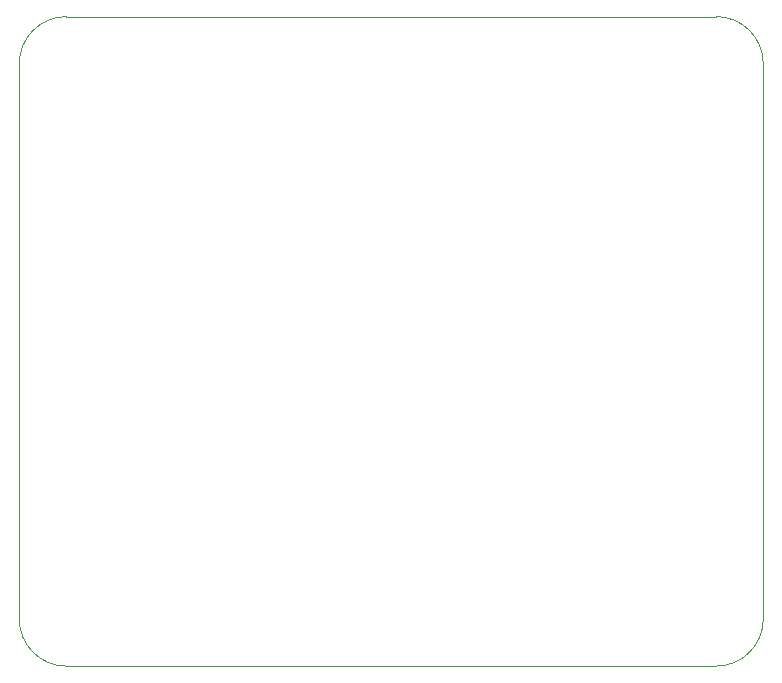
<source format=gbr>
G04 #@! TF.GenerationSoftware,KiCad,Pcbnew,7.0.8*
G04 #@! TF.CreationDate,2024-01-21T00:43:24-07:00*
G04 #@! TF.ProjectId,ONVEHICLE,4f4e5645-4849-4434-9c45-2e6b69636164,rev?*
G04 #@! TF.SameCoordinates,Original*
G04 #@! TF.FileFunction,Profile,NP*
%FSLAX46Y46*%
G04 Gerber Fmt 4.6, Leading zero omitted, Abs format (unit mm)*
G04 Created by KiCad (PCBNEW 7.0.8) date 2024-01-21 00:43:24*
%MOMM*%
%LPD*%
G01*
G04 APERTURE LIST*
G04 #@! TA.AperFunction,Profile*
%ADD10C,0.100000*%
G04 #@! TD*
G04 APERTURE END LIST*
D10*
X135000000Y-68000000D02*
X190000000Y-68000000D01*
X135000000Y-68000000D02*
G75*
G03*
X131000000Y-72000000I0J-4000000D01*
G01*
X190000000Y-123000000D02*
X135000000Y-123000000D01*
X194000000Y-72000000D02*
X194000000Y-119000000D01*
X190000000Y-123000000D02*
G75*
G03*
X194000000Y-119000000I0J4000000D01*
G01*
X194000000Y-72000000D02*
G75*
G03*
X190000000Y-68000000I-4000000J0D01*
G01*
X131000000Y-119000000D02*
X131000000Y-72000000D01*
X131000000Y-119000000D02*
G75*
G03*
X135000000Y-123000000I4000000J0D01*
G01*
M02*

</source>
